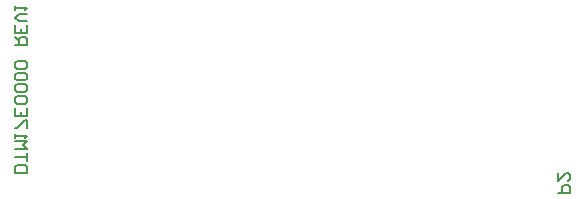
<source format=gbo>
G04 Layer_Color=32896*
%FSLAX25Y25*%
%MOIN*%
G70*
G01*
G75*
%ADD41C,0.00787*%
D41*
X10136Y19200D02*
X6200D01*
Y21168D01*
X6856Y21824D01*
X9480D01*
X10136Y21168D01*
Y19200D01*
Y23136D02*
Y25760D01*
Y24448D01*
X6200D01*
Y27071D02*
X10136D01*
X8824Y28383D01*
X10136Y29695D01*
X6200D01*
Y31007D02*
Y32319D01*
Y31663D01*
X10136D01*
X9480Y31007D01*
X10136Y34287D02*
Y36911D01*
X9480D01*
X6856Y34287D01*
X6200D01*
X10136Y40847D02*
Y38223D01*
X6200D01*
Y40847D01*
X8168Y38223D02*
Y39535D01*
X9480Y42158D02*
X10136Y42814D01*
Y44126D01*
X9480Y44782D01*
X6856D01*
X6200Y44126D01*
Y42814D01*
X6856Y42158D01*
X9480D01*
Y46094D02*
X10136Y46750D01*
Y48062D01*
X9480Y48718D01*
X6856D01*
X6200Y48062D01*
Y46750D01*
X6856Y46094D01*
X9480D01*
Y50030D02*
X10136Y50686D01*
Y51998D01*
X9480Y52654D01*
X6856D01*
X6200Y51998D01*
Y50686D01*
X6856Y50030D01*
X9480D01*
Y53966D02*
X10136Y54622D01*
Y55934D01*
X9480Y56590D01*
X6856D01*
X6200Y55934D01*
Y54622D01*
X6856Y53966D01*
X9480D01*
X6200Y61837D02*
X10136D01*
Y63805D01*
X9480Y64461D01*
X8168D01*
X7512Y63805D01*
Y61837D01*
Y63149D02*
X6200Y64461D01*
X10136Y68397D02*
Y65773D01*
X6200D01*
Y68397D01*
X8168Y65773D02*
Y67085D01*
X10136Y69709D02*
X7512D01*
X6200Y71021D01*
X7512Y72333D01*
X10136D01*
X6200Y73644D02*
Y74956D01*
Y74300D01*
X10136D01*
X9480Y73644D01*
X187300Y12500D02*
X191236D01*
Y14468D01*
X190580Y15124D01*
X189268D01*
X188612Y14468D01*
Y12500D01*
X187300Y19060D02*
Y16436D01*
X189924Y19060D01*
X190580D01*
X191236Y18404D01*
Y17092D01*
X190580Y16436D01*
M02*

</source>
